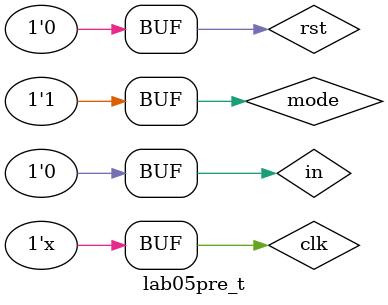
<source format=v>
`timescale 1ns / 1ps
`define SSD_DIGIT_NUM 4
`define SSD_BIT_WIDTH 8
//`include "global.v"
module lab05pre_t;
    wire [4-1:0]dig1_out;
    wire [4-1:0]dig0_out;
    reg clk;
    reg rst;
    reg mode;
    reg in;
    
    stopwatchFSM uut(.dig1_out(dig1_out), .dig0_out(dig0_out), .clk(clk), .rst(rst), .mode(mode), .in(in));
    
    initial begin
    clk = 1; rst = 0; mode = 1; in = 0;
    #2 rst = 1;
    #4 rst = 0;
    #25 in = 1;
    #50 in = 0;
    end
    always
    #1 clk = ~clk;
    
endmodule

</source>
